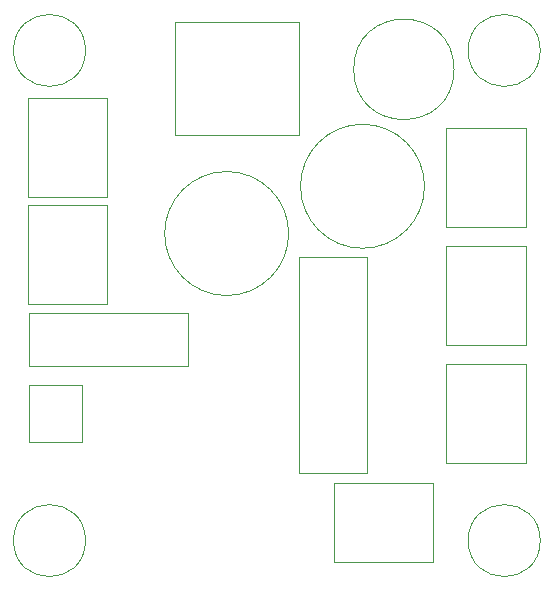
<source format=gbr>
G04 #@! TF.GenerationSoftware,KiCad,Pcbnew,(5.1.7)-1*
G04 #@! TF.CreationDate,2021-02-14T19:11:42+02:00*
G04 #@! TF.ProjectId,power_supply,706f7765-725f-4737-9570-706c792e6b69,rev?*
G04 #@! TF.SameCoordinates,Original*
G04 #@! TF.FileFunction,Other,User*
%FSLAX46Y46*%
G04 Gerber Fmt 4.6, Leading zero omitted, Abs format (unit mm)*
G04 Created by KiCad (PCBNEW (5.1.7)-1) date 2021-02-14 19:11:42*
%MOMM*%
%LPD*%
G01*
G04 APERTURE LIST*
%ADD10C,0.050000*%
G04 APERTURE END LIST*
D10*
X194450000Y-158850000D02*
X194450000Y-152100000D01*
X194450000Y-152100000D02*
X186050000Y-152100000D01*
X186050000Y-152100000D02*
X186050000Y-158850000D01*
X186050000Y-158850000D02*
X194450000Y-158850000D01*
X202350000Y-142050000D02*
X195600000Y-142050000D01*
X195600000Y-142050000D02*
X195600000Y-150450000D01*
X195600000Y-150450000D02*
X202350000Y-150450000D01*
X202350000Y-150450000D02*
X202350000Y-142050000D01*
X173750000Y-142250000D02*
X173750000Y-137750000D01*
X173750000Y-137750000D02*
X160250000Y-137750000D01*
X160250000Y-137750000D02*
X160250000Y-142250000D01*
X160250000Y-142250000D02*
X173750000Y-142250000D01*
X160250000Y-148650000D02*
X164750000Y-148650000D01*
X164750000Y-148650000D02*
X164750000Y-143800000D01*
X164750000Y-143800000D02*
X160250000Y-143800000D01*
X160250000Y-143800000D02*
X160250000Y-148650000D01*
X160150000Y-127950000D02*
X166900000Y-127950000D01*
X166900000Y-127950000D02*
X166900000Y-119550000D01*
X166900000Y-119550000D02*
X160150000Y-119550000D01*
X160150000Y-119550000D02*
X160150000Y-127950000D01*
X160150000Y-136950000D02*
X166900000Y-136950000D01*
X166900000Y-136950000D02*
X166900000Y-128550000D01*
X166900000Y-128550000D02*
X160150000Y-128550000D01*
X160150000Y-128550000D02*
X160150000Y-136950000D01*
X182250000Y-131000000D02*
G75*
G03*
X182250000Y-131000000I-5250000J0D01*
G01*
X196250000Y-117100000D02*
G75*
G03*
X196250000Y-117100000I-4250000J0D01*
G01*
X188860000Y-151290000D02*
X188860000Y-132950000D01*
X183140000Y-151290000D02*
X188860000Y-151290000D01*
X183140000Y-132950000D02*
X183140000Y-151290000D01*
X188860000Y-132950000D02*
X183140000Y-132950000D01*
X202350000Y-130450000D02*
X202350000Y-122050000D01*
X195600000Y-130450000D02*
X202350000Y-130450000D01*
X195600000Y-122050000D02*
X195600000Y-130450000D01*
X202350000Y-122050000D02*
X195600000Y-122050000D01*
X202350000Y-140450000D02*
X202350000Y-132050000D01*
X195600000Y-140450000D02*
X202350000Y-140450000D01*
X195600000Y-132050000D02*
X195600000Y-140450000D01*
X202350000Y-132050000D02*
X195600000Y-132050000D01*
X193750000Y-127000000D02*
G75*
G03*
X193750000Y-127000000I-5250000J0D01*
G01*
X203550000Y-115500000D02*
G75*
G03*
X203550000Y-115500000I-3050000J0D01*
G01*
X203550000Y-157000000D02*
G75*
G03*
X203550000Y-157000000I-3050000J0D01*
G01*
X165050000Y-157000000D02*
G75*
G03*
X165050000Y-157000000I-3050000J0D01*
G01*
X165050000Y-115500000D02*
G75*
G03*
X165050000Y-115500000I-3050000J0D01*
G01*
X183150000Y-113050000D02*
X172650000Y-113050000D01*
X183150000Y-122650000D02*
X183150000Y-113050000D01*
X172650000Y-122650000D02*
X183150000Y-122650000D01*
X172650000Y-113050000D02*
X172650000Y-122650000D01*
M02*

</source>
